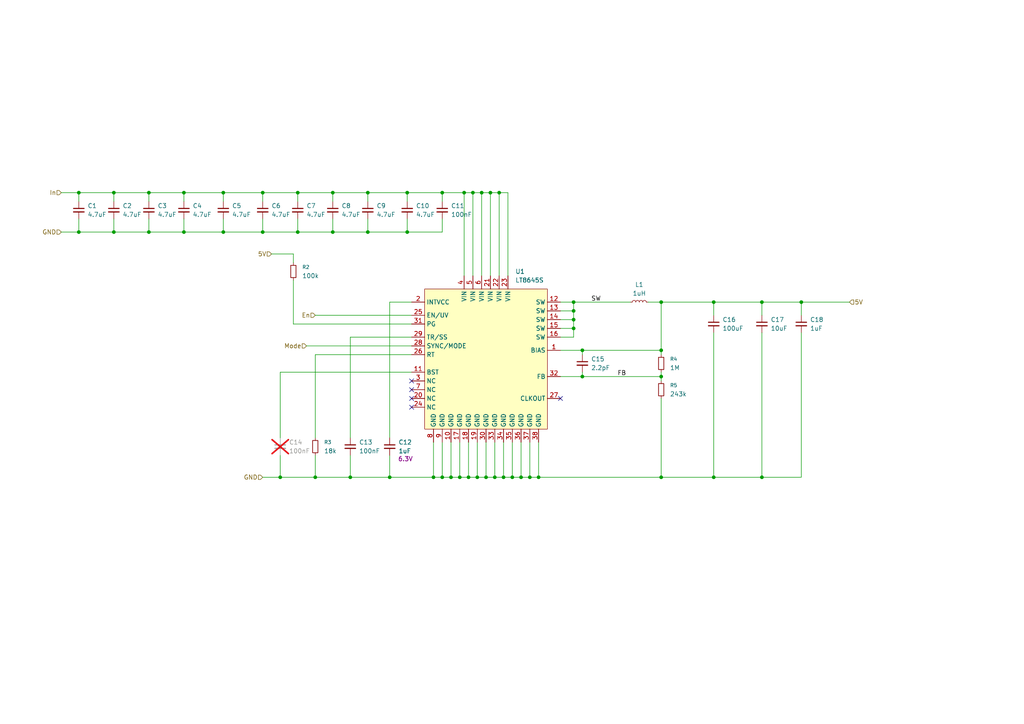
<source format=kicad_sch>
(kicad_sch (version 20250114) (generator "eeschema") (generator_version "9.0")
  (paper "A4")
  (lib_symbols
    (symbol "Device:C_Small" (pin_numbers (hide yes)) (pin_names (offset 0.254) (hide yes))
      (property "Reference" "C" (at 0.254 1.778 0))
      (property "Value" "C_Small" (at 0.254 -2.032 0))
      (symbol "C_Small_0_1"
        (polyline (pts (xy -1.524 0.508) (xy 1.524 0.508)) (stroke (width 0.3048)))
        (polyline (pts (xy -1.524 -0.508) (xy 1.524 -0.508)) (stroke (width 0.3302)))
      )
      (symbol "C_Small_1_1"
        (pin passive line (at 0 2.54 270) (length 2.032) (name "~") (number "1"))
        (pin passive line (at 0 -2.54 90) (length 2.032) (name "~") (number "2"))
      )
    )
    (symbol "Device:L_Small" (pin_numbers (hide yes)) (pin_names (offset 0.254) (hide yes))
      (property "Reference" "L" (at 0.762 1.016 0))
      (property "Value" "L_Small" (at 0.762 -1.016 0))
      (symbol "L_Small_0_1"
        (arc (start 0 2.032) (mid 0.5058 1.524) (end 0 1.016))
        (arc (start 0 1.016) (mid 0.5058 0.508) (end 0 0))
        (arc (start 0 0) (mid 0.5058 -0.508) (end 0 -1.016))
        (arc (start 0 -1.016) (mid 0.5058 -1.524) (end 0 -2.032))
      )
      (symbol "L_Small_1_1"
        (pin passive line (at 0 2.54 270) (length 0.508) (name "~") (number "1"))
        (pin passive line (at 0 -2.54 90) (length 0.508) (name "~") (number "2"))
      )
    )
    (symbol "Device:R_Small" (pin_numbers (hide yes)) (pin_names (offset 0.254) (hide yes))
      (property "Reference" "R" (at 0 0 90))
      (property "Value" "R_Small" (at 1.778 0 90))
      (symbol "R_Small_0_1"
        (rectangle (start -0.762 1.778) (end 0.762 -1.778) (stroke (width 0.2032)))
      )
      (symbol "R_Small_1_1"
        (pin passive line (at 0 2.54 270) (length 0.762) (name "~") (number "1"))
        (pin passive line (at 0 -2.54 90) (length 0.762) (name "~") (number "2"))
      )
    )
    (symbol "b175:LT8645S"
      (property "Reference" "U1" (at 8.3059 24.13 0))
      (property "Value" "LT8645S" (at 8.3059 21.59 0))
      (symbol "LT8645S_1_1"
        (rectangle (start -17.78 20.32) (end 17.78 -20.32) (fill (type background)))
        (pin passive line (at -21.59 16.51 0) (length 3.81) (name "INTVCC") (number "2"))
        (pin passive line (at -21.59 12.7 0) (length 3.81) (name "EN/UV") (number "25"))
        (pin passive line (at -21.59 10.16 0) (length 3.81) (name "PG") (number "31"))
        (pin passive line (at -21.59 6.35 0) (length 3.81) (name "TR/SS") (number "29"))
        (pin passive line (at -21.59 3.81 0) (length 3.81) (name "SYNC/MODE") (number "28"))
        (pin passive line (at -21.59 1.27 0) (length 3.81) (name "RT") (number "26"))
        (pin passive line (at -21.59 -3.81 0) (length 3.81) (name "BST") (number "11"))
        (pin passive line (at -21.59 -6.35 0) (length 3.81) (name "NC") (number "3"))
        (pin passive line (at -21.59 -8.89 0) (length 3.81) (name "NC") (number "7"))
        (pin passive line (at -21.59 -11.43 0) (length 3.81) (name "NC") (number "20"))
        (pin passive line (at -21.59 -13.97 0) (length 3.81) (name "NC") (number "24"))
        (pin passive line (at -15.24 -24.13 90) (length 3.81) (name "GND") (number "8"))
        (pin passive line (at -12.7 -24.13 90) (length 3.81) (name "GND") (number "9"))
        (pin passive line (at -10.16 -24.13 90) (length 3.81) (name "GND") (number "10"))
        (pin passive line (at -7.62 -24.13 90) (length 3.81) (name "GND") (number "17"))
        (pin passive line (at -6.35 24.13 270) (length 3.81) (name "VIN") (number "4"))
        (pin passive line (at -5.08 -24.13 90) (length 3.81) (name "GND") (number "18"))
        (pin passive line (at -3.81 24.13 270) (length 3.81) (name "VIN") (number "5"))
        (pin passive line (at -2.54 -24.13 90) (length 3.81) (name "GND") (number "19"))
        (pin passive line (at -1.27 24.13 270) (length 3.81) (name "VIN") (number "6"))
        (pin passive line (at 0 -24.13 90) (length 3.81) (name "GND") (number "30"))
        (pin passive line (at 1.27 24.13 270) (length 3.81) (name "VIN") (number "21"))
        (pin passive line (at 2.54 -24.13 90) (length 3.81) (name "GND") (number "33"))
        (pin passive line (at 3.81 24.13 270) (length 3.81) (name "VIN") (number "22"))
        (pin passive line (at 5.08 -24.13 90) (length 3.81) (name "GND") (number "34"))
        (pin passive line (at 6.35 24.13 270) (length 3.81) (name "VIN") (number "23"))
        (pin passive line (at 7.62 -24.13 90) (length 3.81) (name "GND") (number "35"))
        (pin passive line (at 10.16 -24.13 90) (length 3.81) (name "GND") (number "36"))
        (pin passive line (at 12.7 -24.13 90) (length 3.81) (name "GND") (number "37"))
        (pin passive line (at 15.24 -24.13 90) (length 3.81) (name "GND") (number "38"))
        (pin passive line (at 21.59 16.51 180) (length 3.81) (name "SW") (number "12"))
        (pin passive line (at 21.59 13.97 180) (length 3.81) (name "SW") (number "13"))
        (pin passive line (at 21.59 11.43 180) (length 3.81) (name "SW") (number "14"))
        (pin passive line (at 21.59 8.89 180) (length 3.81) (name "SW") (number "15"))
        (pin passive line (at 21.59 6.35 180) (length 3.81) (name "SW") (number "16"))
        (pin passive line (at 21.59 2.54 180) (length 3.81) (name "BIAS") (number "1"))
        (pin passive line (at 21.59 -5.08 180) (length 3.81) (name "FB") (number "32"))
        (pin passive line (at 21.59 -11.43 180) (length 3.81) (name "CLKOUT") (number "27"))
      )
    )
  )
  (junction (at 135.89 138.43))
  (junction (at 139.7 55.88))
  (junction (at 151.13 138.43))
  (junction (at 33.02 55.88))
  (junction (at 146.05 138.43))
  (junction (at 168.91 109.22))
  (junction (at 106.68 55.88))
  (junction (at 166.37 92.71))
  (junction (at 191.77 138.43))
  (junction (at 53.34 55.88))
  (junction (at 96.52 67.31))
  (junction (at 153.67 138.43))
  (junction (at 140.97 138.43))
  (junction (at 86.36 67.31))
  (junction (at 43.18 67.31))
  (junction (at 142.24 55.88))
  (junction (at 156.21 138.43))
  (junction (at 137.16 55.88))
  (junction (at 22.86 67.31))
  (junction (at 33.02 67.31))
  (junction (at 91.44 138.43))
  (junction (at 168.91 101.6))
  (junction (at 76.2 55.88))
  (junction (at 113.03 138.43))
  (junction (at 138.43 138.43))
  (junction (at 125.73 138.43))
  (junction (at 134.62 55.88))
  (junction (at 101.6 138.43))
  (junction (at 191.77 109.22))
  (junction (at 128.27 55.88))
  (junction (at 191.77 87.63))
  (junction (at 207.01 87.63))
  (junction (at 232.41 87.63))
  (junction (at 191.77 101.6))
  (junction (at 166.37 87.63))
  (junction (at 220.98 138.43))
  (junction (at 22.86 55.88))
  (junction (at 64.77 67.31))
  (junction (at 133.35 138.43))
  (junction (at 207.01 138.43))
  (junction (at 143.51 138.43))
  (junction (at 144.78 55.88))
  (junction (at 148.59 138.43))
  (junction (at 106.68 67.31))
  (junction (at 86.36 55.88))
  (junction (at 96.52 55.88))
  (junction (at 118.11 67.31))
  (junction (at 76.2 67.31))
  (junction (at 166.37 90.17))
  (junction (at 53.34 67.31))
  (junction (at 166.37 95.25))
  (junction (at 64.77 55.88))
  (junction (at 81.28 138.43))
  (junction (at 43.18 55.88))
  (junction (at 220.98 87.63))
  (junction (at 128.27 138.43))
  (junction (at 130.81 138.43))
  (junction (at 118.11 55.88))
  (no_connect (at 119.38 110.49))
  (no_connect (at 119.38 113.03))
  (no_connect (at 119.38 118.11))
  (no_connect (at 119.38 115.57))
  (no_connect (at 162.56 115.57))
  (wire (pts (xy 101.6 132.08) (xy 101.6 138.43)))
  (wire (pts (xy 91.44 127) (xy 91.44 102.87)))
  (wire (pts (xy 162.56 92.71) (xy 166.37 92.71)))
  (wire (pts (xy 232.41 138.43) (xy 232.41 96.52)))
  (wire (pts (xy 81.28 132.08) (xy 81.28 138.43)))
  (wire (pts (xy 191.77 107.95) (xy 191.77 109.22)))
  (wire (pts (xy 191.77 110.49) (xy 191.77 109.22)))
  (wire (pts (xy 91.44 91.44) (xy 119.38 91.44)))
  (wire (pts (xy 166.37 95.25) (xy 166.37 97.79)))
  (wire (pts (xy 138.43 138.43) (xy 140.97 138.43)))
  (wire (pts (xy 76.2 55.88) (xy 86.36 55.88)))
  (wire (pts (xy 33.02 55.88) (xy 33.02 58.42)))
  (wire (pts (xy 130.81 128.27) (xy 130.81 138.43)))
  (wire (pts (xy 140.97 128.27) (xy 140.97 138.43)))
  (wire (pts (xy 125.73 138.43) (xy 128.27 138.43)))
  (wire (pts (xy 142.24 55.88) (xy 142.24 80.01)))
  (wire (pts (xy 113.03 132.08) (xy 113.03 138.43)))
  (wire (pts (xy 130.81 138.43) (xy 133.35 138.43)))
  (wire (pts (xy 43.18 63.5) (xy 43.18 67.31)))
  (wire (pts (xy 113.03 138.43) (xy 125.73 138.43)))
  (wire (pts (xy 64.77 55.88) (xy 76.2 55.88)))
  (wire (pts (xy 76.2 55.88) (xy 76.2 58.42)))
  (wire (pts (xy 78.74 73.66) (xy 85.09 73.66)))
  (wire (pts (xy 135.89 138.43) (xy 138.43 138.43)))
  (wire (pts (xy 22.86 67.31) (xy 33.02 67.31)))
  (wire (pts (xy 168.91 101.6) (xy 162.56 101.6)))
  (wire (pts (xy 133.35 138.43) (xy 135.89 138.43)))
  (wire (pts (xy 148.59 128.27) (xy 148.59 138.43)))
  (wire (pts (xy 85.09 93.98) (xy 85.09 81.28)))
  (wire (pts (xy 207.01 87.63) (xy 220.98 87.63)))
  (wire (pts (xy 91.44 132.08) (xy 91.44 138.43)))
  (wire (pts (xy 128.27 55.88) (xy 134.62 55.88)))
  (wire (pts (xy 106.68 55.88) (xy 106.68 58.42)))
  (wire (pts (xy 128.27 55.88) (xy 128.27 58.42)))
  (wire (pts (xy 162.56 109.22) (xy 168.91 109.22)))
  (wire (pts (xy 76.2 138.43) (xy 81.28 138.43)))
  (wire (pts (xy 118.11 67.31) (xy 128.27 67.31)))
  (wire (pts (xy 85.09 73.66) (xy 85.09 76.2)))
  (wire (pts (xy 147.32 80.01) (xy 147.32 55.88)))
  (wire (pts (xy 232.41 87.63) (xy 232.41 91.44)))
  (wire (pts (xy 33.02 67.31) (xy 43.18 67.31)))
  (wire (pts (xy 96.52 55.88) (xy 96.52 58.42)))
  (wire (pts (xy 220.98 138.43) (xy 220.98 96.52)))
  (wire (pts (xy 125.73 128.27) (xy 125.73 138.43)))
  (wire (pts (xy 146.05 138.43) (xy 148.59 138.43)))
  (wire (pts (xy 191.77 87.63) (xy 207.01 87.63)))
  (wire (pts (xy 166.37 90.17) (xy 166.37 92.71)))
  (wire (pts (xy 134.62 55.88) (xy 137.16 55.88)))
  (wire (pts (xy 91.44 138.43) (xy 101.6 138.43)))
  (wire (pts (xy 162.56 87.63) (xy 166.37 87.63)))
  (wire (pts (xy 168.91 101.6) (xy 168.91 102.87)))
  (wire (pts (xy 53.34 55.88) (xy 64.77 55.88)))
  (wire (pts (xy 153.67 138.43) (xy 156.21 138.43)))
  (wire (pts (xy 151.13 138.43) (xy 153.67 138.43)))
  (wire (pts (xy 113.03 87.63) (xy 119.38 87.63)))
  (wire (pts (xy 148.59 138.43) (xy 151.13 138.43)))
  (wire (pts (xy 137.16 80.01) (xy 137.16 55.88)))
  (wire (pts (xy 81.28 107.95) (xy 81.28 127)))
  (wire (pts (xy 76.2 67.31) (xy 76.2 63.5)))
  (wire (pts (xy 96.52 67.31) (xy 106.68 67.31)))
  (wire (pts (xy 207.01 138.43) (xy 207.01 96.52)))
  (wire (pts (xy 138.43 128.27) (xy 138.43 138.43)))
  (wire (pts (xy 118.11 67.31) (xy 118.11 63.5)))
  (wire (pts (xy 153.67 128.27) (xy 153.67 138.43)))
  (wire (pts (xy 106.68 67.31) (xy 118.11 67.31)))
  (wire (pts (xy 166.37 97.79) (xy 162.56 97.79)))
  (wire (pts (xy 86.36 55.88) (xy 86.36 58.42)))
  (wire (pts (xy 207.01 138.43) (xy 220.98 138.43)))
  (wire (pts (xy 106.68 55.88) (xy 118.11 55.88)))
  (wire (pts (xy 91.44 102.87) (xy 119.38 102.87)))
  (wire (pts (xy 191.77 87.63) (xy 191.77 101.6)))
  (wire (pts (xy 134.62 55.88) (xy 134.62 80.01)))
  (wire (pts (xy 17.78 55.88) (xy 22.86 55.88)))
  (wire (pts (xy 17.78 67.31) (xy 22.86 67.31)))
  (wire (pts (xy 232.41 87.63) (xy 246.38 87.63)))
  (wire (pts (xy 86.36 67.31) (xy 96.52 67.31)))
  (wire (pts (xy 64.77 67.31) (xy 76.2 67.31)))
  (wire (pts (xy 128.27 128.27) (xy 128.27 138.43)))
  (wire (pts (xy 162.56 90.17) (xy 166.37 90.17)))
  (wire (pts (xy 96.52 55.88) (xy 106.68 55.88)))
  (wire (pts (xy 96.52 67.31) (xy 96.52 63.5)))
  (wire (pts (xy 86.36 67.31) (xy 86.36 63.5)))
  (wire (pts (xy 146.05 128.27) (xy 146.05 138.43)))
  (wire (pts (xy 143.51 128.27) (xy 143.51 138.43)))
  (wire (pts (xy 207.01 87.63) (xy 207.01 91.44)))
  (wire (pts (xy 144.78 55.88) (xy 144.78 80.01)))
  (wire (pts (xy 43.18 67.31) (xy 53.34 67.31)))
  (wire (pts (xy 64.77 55.88) (xy 64.77 58.42)))
  (wire (pts (xy 118.11 55.88) (xy 128.27 55.88)))
  (wire (pts (xy 187.96 87.63) (xy 191.77 87.63)))
  (wire (pts (xy 156.21 138.43) (xy 156.21 128.27)))
  (wire (pts (xy 88.9 100.33) (xy 119.38 100.33)))
  (wire (pts (xy 53.34 55.88) (xy 53.34 58.42)))
  (wire (pts (xy 139.7 55.88) (xy 139.7 80.01)))
  (wire (pts (xy 168.91 109.22) (xy 191.77 109.22)))
  (wire (pts (xy 113.03 127) (xy 113.03 87.63)))
  (wire (pts (xy 139.7 55.88) (xy 137.16 55.88)))
  (wire (pts (xy 220.98 87.63) (xy 220.98 91.44)))
  (wire (pts (xy 33.02 63.5) (xy 33.02 67.31)))
  (wire (pts (xy 53.34 67.31) (xy 64.77 67.31)))
  (wire (pts (xy 191.77 101.6) (xy 168.91 101.6)))
  (wire (pts (xy 22.86 63.5) (xy 22.86 67.31)))
  (wire (pts (xy 119.38 107.95) (xy 81.28 107.95)))
  (wire (pts (xy 144.78 55.88) (xy 142.24 55.88)))
  (wire (pts (xy 166.37 92.71) (xy 166.37 95.25)))
  (wire (pts (xy 22.86 55.88) (xy 33.02 55.88)))
  (wire (pts (xy 76.2 67.31) (xy 86.36 67.31)))
  (wire (pts (xy 22.86 55.88) (xy 22.86 58.42)))
  (wire (pts (xy 43.18 55.88) (xy 53.34 55.88)))
  (wire (pts (xy 191.77 101.6) (xy 191.77 102.87)))
  (wire (pts (xy 128.27 138.43) (xy 130.81 138.43)))
  (wire (pts (xy 147.32 55.88) (xy 144.78 55.88)))
  (wire (pts (xy 64.77 67.31) (xy 64.77 63.5)))
  (wire (pts (xy 106.68 67.31) (xy 106.68 63.5)))
  (wire (pts (xy 182.88 87.63) (xy 166.37 87.63)))
  (wire (pts (xy 101.6 138.43) (xy 113.03 138.43)))
  (wire (pts (xy 101.6 97.79) (xy 119.38 97.79)))
  (wire (pts (xy 142.24 55.88) (xy 139.7 55.88)))
  (wire (pts (xy 119.38 93.98) (xy 85.09 93.98)))
  (wire (pts (xy 191.77 138.43) (xy 191.77 115.57)))
  (wire (pts (xy 143.51 138.43) (xy 146.05 138.43)))
  (wire (pts (xy 220.98 138.43) (xy 232.41 138.43)))
  (wire (pts (xy 166.37 87.63) (xy 166.37 90.17)))
  (wire (pts (xy 81.28 138.43) (xy 91.44 138.43)))
  (wire (pts (xy 53.34 63.5) (xy 53.34 67.31)))
  (wire (pts (xy 86.36 55.88) (xy 96.52 55.88)))
  (wire (pts (xy 33.02 55.88) (xy 43.18 55.88)))
  (wire (pts (xy 43.18 55.88) (xy 43.18 58.42)))
  (wire (pts (xy 168.91 107.95) (xy 168.91 109.22)))
  (wire (pts (xy 128.27 67.31) (xy 128.27 63.5)))
  (wire (pts (xy 135.89 128.27) (xy 135.89 138.43)))
  (wire (pts (xy 162.56 95.25) (xy 166.37 95.25)))
  (wire (pts (xy 101.6 127) (xy 101.6 97.79)))
  (wire (pts (xy 191.77 138.43) (xy 207.01 138.43)))
  (wire (pts (xy 133.35 128.27) (xy 133.35 138.43)))
  (wire (pts (xy 151.13 128.27) (xy 151.13 138.43)))
  (wire (pts (xy 140.97 138.43) (xy 143.51 138.43)))
  (wire (pts (xy 156.21 138.43) (xy 191.77 138.43)))
  (wire (pts (xy 220.98 87.63) (xy 232.41 87.63)))
  (wire (pts (xy 118.11 55.88) (xy 118.11 58.42)))
  (label "FB" (at 179.07 109.22 0))
  (label "SW" (at 171.45 87.63 0))
  (hierarchical_label "GND" (shape input) (at 76.2 138.43 180))
  (hierarchical_label "En" (shape input) (at 91.44 91.44 180))
  (hierarchical_label "Mode" (shape input) (at 88.9 100.33 180))
  (hierarchical_label "5V" (shape input) (at 246.38 87.63 0))
  (hierarchical_label "In" (shape input) (at 17.78 55.88 180))
  (hierarchical_label "GND" (shape input) (at 17.78 67.31 180))
  (hierarchical_label "5V" (shape input) (at 78.74 73.66 180))
  (symbol (lib_id "Device:C_Small") (at 33.02 60.96 0) (unit 1)
    (property "Reference" "C2" (at 35.56 59.6962 0) (effects (justify left)))
    (property "Value" "4.7uF" (at 35.56 62.2362 0) (effects (justify left)))
    (property "Footprint" "Capacitor_SMD:C_1210_3225Metric" (effects (hide yes)))
    (property "Description" "Unpolarized capacitor, small symbol" (effects (hide yes)))
    (property "lcsc" "C385986" (effects (hide yes)))
  )
  (symbol (lib_id "Device:C_Small") (at 53.34 60.96 0) (unit 1)
    (property "Reference" "C4" (at 55.88 59.6962 0) (effects (justify left)))
    (property "Value" "4.7uF" (at 55.88 62.2362 0) (effects (justify left)))
    (property "Footprint" "Capacitor_SMD:C_1210_3225Metric" (effects (hide yes)))
    (property "Description" "Unpolarized capacitor, small symbol" (effects (hide yes)))
    (property "lcsc" "C385986" (effects (hide yes)))
  )
  (symbol (lib_id "Device:C_Small") (at 106.68 60.96 0) (unit 1)
    (property "Reference" "C9" (at 109.22 59.6962 0) (effects (justify left)))
    (property "Value" "4.7uF" (at 109.22 62.2362 0) (effects (justify left)))
    (property "Footprint" "Capacitor_SMD:C_1210_3225Metric" (effects (hide yes)))
    (property "Description" "Unpolarized capacitor, small symbol" (effects (hide yes)))
    (property "lcsc" "C385986" (effects (hide yes)))
  )
  (symbol (lib_id "Device:C_Small") (at 220.98 93.98 0) (unit 1)
    (property "Reference" "C17" (at 223.52 92.7162 0) (effects (justify left)))
    (property "Value" "10uF" (at 223.52 95.2562 0) (effects (justify left)))
    (property "Footprint" "Capacitor_SMD:C_1206_3216Metric" (effects (hide yes)))
    (property "Description" "Unpolarized capacitor, small symbol" (effects (hide yes)))
    (property "lcsc" "C13585" (effects (hide yes)))
  )
  (symbol (lib_id "Device:C_Small") (at 81.28 129.54 0) (unit 1) (dnp yes)
    (property "Reference" "C14" (at 83.82 128.2762 0) (effects (justify left)))
    (property "Value" "100nF" (at 83.82 130.8162 0) (effects (justify left)))
    (property "Footprint" "Capacitor_SMD:C_0603_1608Metric" (effects (hide yes)))
    (property "Description" "Unpolarized capacitor, small symbol" (effects (hide yes)))
  )
  (symbol (lib_id "Device:C_Small") (at 86.36 60.96 0) (unit 1)
    (property "Reference" "C7" (at 88.9 59.6962 0) (effects (justify left)))
    (property "Value" "4.7uF" (at 88.9 62.2362 0) (effects (justify left)))
    (property "Footprint" "Capacitor_SMD:C_1210_3225Metric" (effects (hide yes)))
    (property "Description" "Unpolarized capacitor, small symbol" (effects (hide yes)))
    (property "lcsc" "C385986" (effects (hide yes)))
  )
  (symbol (lib_id "Device:C_Small") (at 64.77 60.96 0) (unit 1)
    (property "Reference" "C5" (at 67.31 59.6962 0) (effects (justify left)))
    (property "Value" "4.7uF" (at 67.31 62.2362 0) (effects (justify left)))
    (property "Footprint" "Capacitor_SMD:C_1210_3225Metric" (effects (hide yes)))
    (property "Description" "Unpolarized capacitor, small symbol" (effects (hide yes)))
    (property "lcsc" "C385986" (effects (hide yes)))
  )
  (symbol (lib_id "Device:R_Small") (at 91.44 129.54 0) (unit 1)
    (property "Reference" "R3" (at 93.98 128.2699 0) (effects (font (size 1.016 1.016)) (justify left)))
    (property "Value" "18k" (at 93.98 130.8099 0) (effects (justify left)))
    (property "Footprint" "Resistor_SMD:R_0603_1608Metric" (effects (hide yes)))
    (property "Description" "Resistor, small symbol" (effects (hide yes)))
    (property "lcsc" "C25810" (effects (hide yes)))
  )
  (symbol (lib_id "Device:C_Small") (at 207.01 93.98 0) (unit 1)
    (property "Reference" "C16" (at 209.55 92.7162 0) (effects (justify left)))
    (property "Value" "100uF" (at 209.55 95.2562 0) (effects (justify left)))
    (property "Footprint" "Capacitor_SMD:C_1206_3216Metric" (effects (hide yes)))
    (property "Description" "Unpolarized capacitor, small symbol" (effects (hide yes)))
    (property "lcsc" "C15008" (effects (hide yes)))
  )
  (symbol (lib_id "Device:C_Small") (at 22.86 60.96 0) (unit 1)
    (property "Reference" "C1" (at 25.4 59.6962 0) (effects (justify left)))
    (property "Value" "4.7uF" (at 25.4 62.2362 0) (effects (justify left)))
    (property "Footprint" "Capacitor_SMD:C_1210_3225Metric" (effects (hide yes)))
    (property "Description" "Unpolarized capacitor, small symbol" (effects (hide yes)))
    (property "lcsc" "C385986" (effects (hide yes)))
  )
  (symbol (lib_id "Device:C_Small") (at 76.2 60.96 0) (unit 1)
    (property "Reference" "C6" (at 78.74 59.6962 0) (effects (justify left)))
    (property "Value" "4.7uF" (at 78.74 62.2362 0) (effects (justify left)))
    (property "Footprint" "Capacitor_SMD:C_1210_3225Metric" (effects (hide yes)))
    (property "Description" "Unpolarized capacitor, small symbol" (effects (hide yes)))
    (property "lcsc" "C385986" (effects (hide yes)))
  )
  (symbol (lib_id "Device:R_Small") (at 191.77 113.03 0) (unit 1)
    (property "Reference" "R5" (at 194.31 111.7599 0) (effects (font (size 1.016 1.016)) (justify left)))
    (property "Value" "243k" (at 194.31 114.2999 0) (effects (justify left)))
    (property "Footprint" "Resistor_SMD:R_0603_1608Metric" (effects (hide yes)))
    (property "Description" "Resistor, small symbol" (effects (hide yes)))
    (property "lcsc" "C22917" (effects (hide yes)))
  )
  (symbol (lib_id "Device:C_Small") (at 128.27 60.96 0) (unit 1)
    (property "Reference" "C11" (at 130.81 59.6962 0) (effects (justify left)))
    (property "Value" "100nF" (at 130.81 62.2362 0) (effects (justify left)))
    (property "Footprint" "Capacitor_SMD:C_0805_2012Metric" (effects (hide yes)))
    (property "Description" "Unpolarized capacitor, small symbol" (effects (hide yes)))
    (property "lcsc" "C28233" (effects (hide yes)))
  )
  (symbol (lib_id "Device:L_Small") (at 185.42 87.63 90) (unit 1)
    (property "Reference" "L1" (at 185.42 82.55 90))
    (property "Value" "1uH" (at 185.42 85.09 90))
    (property "Footprint" "Inductor_SMD:L_Coilcraft_XAL6030-XXX" (effects (hide yes)))
    (property "Description" "Inductor, small symbol" (effects (hide yes)))
    (property "lcsc" "C5157561" (effects (hide yes)))
  )
  (symbol (lib_id "Device:C_Small") (at 101.6 129.54 0) (unit 1)
    (property "Reference" "C13" (at 104.14 128.2762 0) (effects (justify left)))
    (property "Value" "100nF" (at 104.14 130.8162 0) (effects (justify left)))
    (property "Footprint" "Capacitor_SMD:C_0603_1608Metric" (effects (hide yes)))
    (property "Description" "Unpolarized capacitor, small symbol" (effects (hide yes)))
    (property "lcsc" "C14663" (effects (hide yes)))
  )
  (symbol (lib_id "b175:LT8645S") (at 140.97 104.14 0) (unit 1)
    (property "Reference" "U1" (at 149.4633 78.74 0) (effects (justify left)))
    (property "Value" "LT8645S" (at 149.4633 81.28 0) (effects (justify left)))
    (property "Footprint" "b175:LQFN-32-6EP_4x6mm_P0.5mm" (effects (hide yes)))
    (property "Datasheet" "https://www.analog.com/media/en/technical-documentation/data-sheets/lt8645s-8646s.pdf" (effects (hide yes)))
    (property "Digikey" "505-LT8645SEV#PBF-ND" (effects (hide yes)))
    (property "lcsc" "C514430" (effects (hide yes)))
  )
  (symbol (lib_id "Device:C_Small") (at 168.91 105.41 0) (unit 1)
    (property "Reference" "C15" (at 171.45 104.1462 0) (effects (justify left)))
    (property "Value" "2.2pF" (at 171.45 106.6862 0) (effects (justify left)))
    (property "Footprint" "Capacitor_SMD:C_0603_1608Metric" (effects (hide yes)))
    (property "Description" "Unpolarized capacitor, small symbol" (effects (hide yes)))
    (property "lcsc" "C282246" (effects (hide yes)))
  )
  (symbol (lib_id "Device:C_Small") (at 118.11 60.96 0) (unit 1)
    (property "Reference" "C10" (at 120.65 59.6962 0) (effects (justify left)))
    (property "Value" "4.7uF" (at 120.65 62.2362 0) (effects (justify left)))
    (property "Footprint" "Capacitor_SMD:C_1210_3225Metric" (effects (hide yes)))
    (property "Description" "Unpolarized capacitor, small symbol" (effects (hide yes)))
    (property "lcsc" "C385986" (effects (hide yes)))
  )
  (symbol (lib_id "Device:C_Small") (at 43.18 60.96 0) (unit 1)
    (property "Reference" "C3" (at 45.72 59.6962 0) (effects (justify left)))
    (property "Value" "4.7uF" (at 45.72 62.2362 0) (effects (justify left)))
    (property "Footprint" "Capacitor_SMD:C_1210_3225Metric" (effects (hide yes)))
    (property "Description" "Unpolarized capacitor, small symbol" (effects (hide yes)))
    (property "lcsc" "C385986" (effects (hide yes)))
  )
  (symbol (lib_id "Device:R_Small") (at 191.77 105.41 0) (unit 1)
    (property "Reference" "R4" (at 194.31 104.1399 0) (effects (font (size 1.016 1.016)) (justify left)))
    (property "Value" "1M" (at 194.31 106.6799 0) (effects (justify left)))
    (property "Footprint" "Resistor_SMD:R_0603_1608Metric" (effects (hide yes)))
    (property "Description" "Resistor, small symbol" (effects (hide yes)))
    (property "lcsc" "C22935" (effects (hide yes)))
  )
  (symbol (lib_id "Device:R_Small") (at 85.09 78.74 0) (unit 1)
    (property "Reference" "R2" (at 87.63 77.4699 0) (effects (font (size 1.016 1.016)) (justify left)))
    (property "Value" "100k" (at 87.63 80.0099 0) (effects (justify left)))
    (property "Footprint" "Resistor_SMD:R_0603_1608Metric" (effects (hide yes)))
    (property "Description" "Resistor, small symbol" (effects (hide yes)))
    (property "lcsc" "C25803" (effects (hide yes)))
  )
  (symbol (lib_id "Device:C_Small") (at 232.41 93.98 0) (unit 1)
    (property "Reference" "C18" (at 234.95 92.7162 0) (effects (justify left)))
    (property "Value" "1uF" (at 234.95 95.2562 0) (effects (justify left)))
    (property "Footprint" "Capacitor_SMD:C_1206_3216Metric" (effects (hide yes)))
    (property "Description" "Unpolarized capacitor, small symbol" (effects (hide yes)))
    (property "lcsc" "C1848" (effects (hide yes)))
  )
  (symbol (lib_id "Device:C_Small") (at 113.03 129.54 0) (unit 1)
    (property "Reference" "C12" (at 115.57 128.2762 0) (effects (justify left)))
    (property "Value" "1uF" (at 115.57 130.8162 0) (effects (justify left)))
    (property "Footprint" "Capacitor_SMD:C_0603_1608Metric" (effects (hide yes)))
    (property "Description" "Unpolarized capacitor, small symbol" (effects (hide yes)))
    (property "lcsc" "C15849" (effects (hide yes)))
    (property "Voltage" "6.3V" (at 117.602 133.096 0))
  )
  (symbol (lib_id "Device:C_Small") (at 96.52 60.96 0) (unit 1)
    (property "Reference" "C8" (at 99.06 59.6962 0) (effects (justify left)))
    (property "Value" "4.7uF" (at 99.06 62.2362 0) (effects (justify left)))
    (property "Footprint" "Capacitor_SMD:C_1210_3225Metric" (effects (hide yes)))
    (property "Description" "Unpolarized capacitor, small symbol" (effects (hide yes)))
    (property "lcsc" "C385986" (effects (hide yes)))
  )
)
</source>
